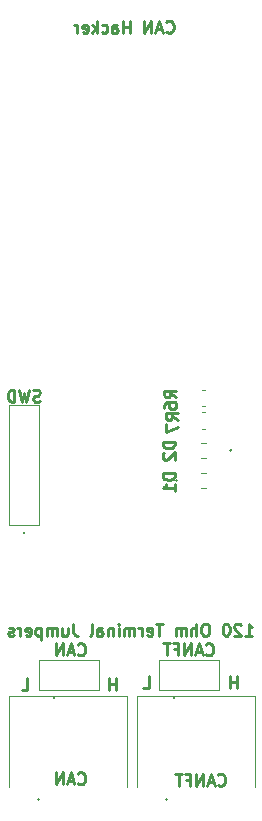
<source format=gbo>
G04 #@! TF.GenerationSoftware,KiCad,Pcbnew,5.1.10-88a1d61d58~88~ubuntu18.04.1*
G04 #@! TF.CreationDate,2021-10-08T18:05:20+03:00*
G04 #@! TF.ProjectId,canhacker,63616e68-6163-46b6-9572-2e6b69636164,rev?*
G04 #@! TF.SameCoordinates,Original*
G04 #@! TF.FileFunction,Legend,Bot*
G04 #@! TF.FilePolarity,Positive*
%FSLAX46Y46*%
G04 Gerber Fmt 4.6, Leading zero omitted, Abs format (unit mm)*
G04 Created by KiCad (PCBNEW 5.1.10-88a1d61d58~88~ubuntu18.04.1) date 2021-10-08 18:05:20*
%MOMM*%
%LPD*%
G01*
G04 APERTURE LIST*
%ADD10C,0.250000*%
%ADD11C,0.120000*%
%ADD12C,0.150000*%
%ADD13R,1.000000X1.420000*%
%ADD14C,1.370000*%
%ADD15R,1.370000X1.370000*%
%ADD16R,1.150000X1.300000*%
%ADD17C,2.100000*%
%ADD18R,2.100000X2.100000*%
G04 APERTURE END LIST*
D10*
X148875714Y-100147380D02*
X148875714Y-99147380D01*
X148875714Y-99623571D02*
X148304285Y-99623571D01*
X148304285Y-100147380D02*
X148304285Y-99147380D01*
X140914476Y-100147380D02*
X141390666Y-100147380D01*
X141390666Y-99147380D01*
X130627476Y-100274380D02*
X131103666Y-100274380D01*
X131103666Y-99274380D01*
X138588714Y-100274380D02*
X138588714Y-99274380D01*
X138588714Y-99750571D02*
X138017285Y-99750571D01*
X138017285Y-100274380D02*
X138017285Y-99274380D01*
X149565095Y-95702380D02*
X150136523Y-95702380D01*
X149850809Y-95702380D02*
X149850809Y-94702380D01*
X149946047Y-94845238D01*
X150041285Y-94940476D01*
X150136523Y-94988095D01*
X149184142Y-94797619D02*
X149136523Y-94750000D01*
X149041285Y-94702380D01*
X148803190Y-94702380D01*
X148707952Y-94750000D01*
X148660333Y-94797619D01*
X148612714Y-94892857D01*
X148612714Y-94988095D01*
X148660333Y-95130952D01*
X149231761Y-95702380D01*
X148612714Y-95702380D01*
X147993666Y-94702380D02*
X147898428Y-94702380D01*
X147803190Y-94750000D01*
X147755571Y-94797619D01*
X147707952Y-94892857D01*
X147660333Y-95083333D01*
X147660333Y-95321428D01*
X147707952Y-95511904D01*
X147755571Y-95607142D01*
X147803190Y-95654761D01*
X147898428Y-95702380D01*
X147993666Y-95702380D01*
X148088904Y-95654761D01*
X148136523Y-95607142D01*
X148184142Y-95511904D01*
X148231761Y-95321428D01*
X148231761Y-95083333D01*
X148184142Y-94892857D01*
X148136523Y-94797619D01*
X148088904Y-94750000D01*
X147993666Y-94702380D01*
X146279380Y-94702380D02*
X146088904Y-94702380D01*
X145993666Y-94750000D01*
X145898428Y-94845238D01*
X145850809Y-95035714D01*
X145850809Y-95369047D01*
X145898428Y-95559523D01*
X145993666Y-95654761D01*
X146088904Y-95702380D01*
X146279380Y-95702380D01*
X146374619Y-95654761D01*
X146469857Y-95559523D01*
X146517476Y-95369047D01*
X146517476Y-95035714D01*
X146469857Y-94845238D01*
X146374619Y-94750000D01*
X146279380Y-94702380D01*
X145422238Y-95702380D02*
X145422238Y-94702380D01*
X144993666Y-95702380D02*
X144993666Y-95178571D01*
X145041285Y-95083333D01*
X145136523Y-95035714D01*
X145279380Y-95035714D01*
X145374619Y-95083333D01*
X145422238Y-95130952D01*
X144517476Y-95702380D02*
X144517476Y-95035714D01*
X144517476Y-95130952D02*
X144469857Y-95083333D01*
X144374619Y-95035714D01*
X144231761Y-95035714D01*
X144136523Y-95083333D01*
X144088904Y-95178571D01*
X144088904Y-95702380D01*
X144088904Y-95178571D02*
X144041285Y-95083333D01*
X143946047Y-95035714D01*
X143803190Y-95035714D01*
X143707952Y-95083333D01*
X143660333Y-95178571D01*
X143660333Y-95702380D01*
X142565095Y-94702380D02*
X141993666Y-94702380D01*
X142279380Y-95702380D02*
X142279380Y-94702380D01*
X141279380Y-95654761D02*
X141374619Y-95702380D01*
X141565095Y-95702380D01*
X141660333Y-95654761D01*
X141707952Y-95559523D01*
X141707952Y-95178571D01*
X141660333Y-95083333D01*
X141565095Y-95035714D01*
X141374619Y-95035714D01*
X141279380Y-95083333D01*
X141231761Y-95178571D01*
X141231761Y-95273809D01*
X141707952Y-95369047D01*
X140803190Y-95702380D02*
X140803190Y-95035714D01*
X140803190Y-95226190D02*
X140755571Y-95130952D01*
X140707952Y-95083333D01*
X140612714Y-95035714D01*
X140517476Y-95035714D01*
X140184142Y-95702380D02*
X140184142Y-95035714D01*
X140184142Y-95130952D02*
X140136523Y-95083333D01*
X140041285Y-95035714D01*
X139898428Y-95035714D01*
X139803190Y-95083333D01*
X139755571Y-95178571D01*
X139755571Y-95702380D01*
X139755571Y-95178571D02*
X139707952Y-95083333D01*
X139612714Y-95035714D01*
X139469857Y-95035714D01*
X139374619Y-95083333D01*
X139327000Y-95178571D01*
X139327000Y-95702380D01*
X138850809Y-95702380D02*
X138850809Y-95035714D01*
X138850809Y-94702380D02*
X138898428Y-94750000D01*
X138850809Y-94797619D01*
X138803190Y-94750000D01*
X138850809Y-94702380D01*
X138850809Y-94797619D01*
X138374619Y-95035714D02*
X138374619Y-95702380D01*
X138374619Y-95130952D02*
X138327000Y-95083333D01*
X138231761Y-95035714D01*
X138088904Y-95035714D01*
X137993666Y-95083333D01*
X137946047Y-95178571D01*
X137946047Y-95702380D01*
X137041285Y-95702380D02*
X137041285Y-95178571D01*
X137088904Y-95083333D01*
X137184142Y-95035714D01*
X137374619Y-95035714D01*
X137469857Y-95083333D01*
X137041285Y-95654761D02*
X137136523Y-95702380D01*
X137374619Y-95702380D01*
X137469857Y-95654761D01*
X137517476Y-95559523D01*
X137517476Y-95464285D01*
X137469857Y-95369047D01*
X137374619Y-95321428D01*
X137136523Y-95321428D01*
X137041285Y-95273809D01*
X136422238Y-95702380D02*
X136517476Y-95654761D01*
X136565095Y-95559523D01*
X136565095Y-94702380D01*
X134993666Y-94702380D02*
X134993666Y-95416666D01*
X135041285Y-95559523D01*
X135136523Y-95654761D01*
X135279380Y-95702380D01*
X135374619Y-95702380D01*
X134088904Y-95035714D02*
X134088904Y-95702380D01*
X134517476Y-95035714D02*
X134517476Y-95559523D01*
X134469857Y-95654761D01*
X134374619Y-95702380D01*
X134231761Y-95702380D01*
X134136523Y-95654761D01*
X134088904Y-95607142D01*
X133612714Y-95702380D02*
X133612714Y-95035714D01*
X133612714Y-95130952D02*
X133565095Y-95083333D01*
X133469857Y-95035714D01*
X133327000Y-95035714D01*
X133231761Y-95083333D01*
X133184142Y-95178571D01*
X133184142Y-95702380D01*
X133184142Y-95178571D02*
X133136523Y-95083333D01*
X133041285Y-95035714D01*
X132898428Y-95035714D01*
X132803190Y-95083333D01*
X132755571Y-95178571D01*
X132755571Y-95702380D01*
X132279380Y-95035714D02*
X132279380Y-96035714D01*
X132279380Y-95083333D02*
X132184142Y-95035714D01*
X131993666Y-95035714D01*
X131898428Y-95083333D01*
X131850809Y-95130952D01*
X131803190Y-95226190D01*
X131803190Y-95511904D01*
X131850809Y-95607142D01*
X131898428Y-95654761D01*
X131993666Y-95702380D01*
X132184142Y-95702380D01*
X132279380Y-95654761D01*
X130993666Y-95654761D02*
X131088904Y-95702380D01*
X131279380Y-95702380D01*
X131374619Y-95654761D01*
X131422238Y-95559523D01*
X131422238Y-95178571D01*
X131374619Y-95083333D01*
X131279380Y-95035714D01*
X131088904Y-95035714D01*
X130993666Y-95083333D01*
X130946047Y-95178571D01*
X130946047Y-95273809D01*
X131422238Y-95369047D01*
X130517476Y-95702380D02*
X130517476Y-95035714D01*
X130517476Y-95226190D02*
X130469857Y-95130952D01*
X130422238Y-95083333D01*
X130327000Y-95035714D01*
X130231761Y-95035714D01*
X129946047Y-95654761D02*
X129850809Y-95702380D01*
X129660333Y-95702380D01*
X129565095Y-95654761D01*
X129517476Y-95559523D01*
X129517476Y-95511904D01*
X129565095Y-95416666D01*
X129660333Y-95369047D01*
X129803190Y-95369047D01*
X129898428Y-95321428D01*
X129946047Y-95226190D01*
X129946047Y-95178571D01*
X129898428Y-95083333D01*
X129803190Y-95035714D01*
X129660333Y-95035714D01*
X129565095Y-95083333D01*
X142890428Y-44553142D02*
X142938047Y-44600761D01*
X143080904Y-44648380D01*
X143176142Y-44648380D01*
X143319000Y-44600761D01*
X143414238Y-44505523D01*
X143461857Y-44410285D01*
X143509476Y-44219809D01*
X143509476Y-44076952D01*
X143461857Y-43886476D01*
X143414238Y-43791238D01*
X143319000Y-43696000D01*
X143176142Y-43648380D01*
X143080904Y-43648380D01*
X142938047Y-43696000D01*
X142890428Y-43743619D01*
X142509476Y-44362666D02*
X142033285Y-44362666D01*
X142604714Y-44648380D02*
X142271380Y-43648380D01*
X141938047Y-44648380D01*
X141604714Y-44648380D02*
X141604714Y-43648380D01*
X141033285Y-44648380D01*
X141033285Y-43648380D01*
X139795190Y-44648380D02*
X139795190Y-43648380D01*
X139795190Y-44124571D02*
X139223761Y-44124571D01*
X139223761Y-44648380D02*
X139223761Y-43648380D01*
X138319000Y-44648380D02*
X138319000Y-44124571D01*
X138366619Y-44029333D01*
X138461857Y-43981714D01*
X138652333Y-43981714D01*
X138747571Y-44029333D01*
X138319000Y-44600761D02*
X138414238Y-44648380D01*
X138652333Y-44648380D01*
X138747571Y-44600761D01*
X138795190Y-44505523D01*
X138795190Y-44410285D01*
X138747571Y-44315047D01*
X138652333Y-44267428D01*
X138414238Y-44267428D01*
X138319000Y-44219809D01*
X137414238Y-44600761D02*
X137509476Y-44648380D01*
X137699952Y-44648380D01*
X137795190Y-44600761D01*
X137842809Y-44553142D01*
X137890428Y-44457904D01*
X137890428Y-44172190D01*
X137842809Y-44076952D01*
X137795190Y-44029333D01*
X137699952Y-43981714D01*
X137509476Y-43981714D01*
X137414238Y-44029333D01*
X136985666Y-44648380D02*
X136985666Y-43648380D01*
X136890428Y-44267428D02*
X136604714Y-44648380D01*
X136604714Y-43981714D02*
X136985666Y-44362666D01*
X135795190Y-44600761D02*
X135890428Y-44648380D01*
X136080904Y-44648380D01*
X136176142Y-44600761D01*
X136223761Y-44505523D01*
X136223761Y-44124571D01*
X136176142Y-44029333D01*
X136080904Y-43981714D01*
X135890428Y-43981714D01*
X135795190Y-44029333D01*
X135747571Y-44124571D01*
X135747571Y-44219809D01*
X136223761Y-44315047D01*
X135319000Y-44648380D02*
X135319000Y-43981714D01*
X135319000Y-44172190D02*
X135271380Y-44076952D01*
X135223761Y-44029333D01*
X135128523Y-43981714D01*
X135033285Y-43981714D01*
D11*
X145930000Y-78170000D02*
X146170000Y-78170000D01*
X145930000Y-76770000D02*
X146170000Y-76770000D01*
X146170000Y-74865000D02*
X145930000Y-74865000D01*
X146170000Y-76265000D02*
X145930000Y-76265000D01*
X142240000Y-100330000D02*
X147320000Y-100330000D01*
X147320000Y-97790000D02*
X142240000Y-97790000D01*
X147320000Y-97790000D02*
X147320000Y-100330000D01*
X142240000Y-97790000D02*
X142240000Y-100330000D01*
X143610000Y-100980000D02*
G75*
G03*
X143610000Y-100980000I-100000J0D01*
G01*
X132080000Y-100330000D02*
X137160000Y-100330000D01*
X137160000Y-97790000D02*
X132080000Y-97790000D01*
X137160000Y-97790000D02*
X137160000Y-100330000D01*
X132080000Y-97790000D02*
X132080000Y-100330000D01*
X133450000Y-100980000D02*
G75*
G03*
X133450000Y-100980000I-100000J0D01*
G01*
X148450000Y-80010000D02*
G75*
G03*
X148450000Y-80010000I-100000J0D01*
G01*
X146280000Y-79385000D02*
X145820000Y-79385000D01*
X146280000Y-80635000D02*
X145820000Y-80635000D01*
X143850000Y-82550000D02*
G75*
G03*
X143850000Y-82550000I-100000J0D01*
G01*
X145820000Y-83175000D02*
X146280000Y-83175000D01*
X145820000Y-81925000D02*
X146280000Y-81925000D01*
X142975000Y-109575000D02*
G75*
G03*
X142975000Y-109575000I-100000J0D01*
G01*
X150375000Y-100775000D02*
X140375000Y-100775000D01*
X140375000Y-108575000D02*
X150375000Y-108575000D01*
X150375000Y-108575000D02*
X150375000Y-100775000D01*
X140375000Y-100775000D02*
X140375000Y-108575000D01*
X132180000Y-109575000D02*
G75*
G03*
X132180000Y-109575000I-100000J0D01*
G01*
X139580000Y-100775000D02*
X129580000Y-100775000D01*
X129580000Y-108575000D02*
X139580000Y-108575000D01*
X139580000Y-108575000D02*
X139580000Y-100775000D01*
X129580000Y-100775000D02*
X129580000Y-108575000D01*
X130910000Y-87010000D02*
G75*
G03*
X130910000Y-87010000I-100000J0D01*
G01*
X129540000Y-76200000D02*
X129540000Y-86360000D01*
X132080000Y-76200000D02*
X132080000Y-86360000D01*
X132080000Y-76200000D02*
X129540000Y-76200000D01*
X129540000Y-86360000D02*
X132080000Y-86360000D01*
D10*
X143835380Y-77430333D02*
X143359190Y-77097000D01*
X143835380Y-76858904D02*
X142835380Y-76858904D01*
X142835380Y-77239857D01*
X142883000Y-77335095D01*
X142930619Y-77382714D01*
X143025857Y-77430333D01*
X143168714Y-77430333D01*
X143263952Y-77382714D01*
X143311571Y-77335095D01*
X143359190Y-77239857D01*
X143359190Y-76858904D01*
X142835380Y-77763666D02*
X142835380Y-78430333D01*
X143835380Y-78001761D01*
X143708380Y-75525333D02*
X143232190Y-75192000D01*
X143708380Y-74953904D02*
X142708380Y-74953904D01*
X142708380Y-75334857D01*
X142756000Y-75430095D01*
X142803619Y-75477714D01*
X142898857Y-75525333D01*
X143041714Y-75525333D01*
X143136952Y-75477714D01*
X143184571Y-75430095D01*
X143232190Y-75334857D01*
X143232190Y-74953904D01*
X142708380Y-76382476D02*
X142708380Y-76192000D01*
X142756000Y-76096761D01*
X142803619Y-76049142D01*
X142946476Y-75953904D01*
X143136952Y-75906285D01*
X143517904Y-75906285D01*
X143613142Y-75953904D01*
X143660761Y-76001523D01*
X143708380Y-76096761D01*
X143708380Y-76287238D01*
X143660761Y-76382476D01*
X143613142Y-76430095D01*
X143517904Y-76477714D01*
X143279809Y-76477714D01*
X143184571Y-76430095D01*
X143136952Y-76382476D01*
X143089333Y-76287238D01*
X143089333Y-76096761D01*
X143136952Y-76001523D01*
X143184571Y-75953904D01*
X143279809Y-75906285D01*
X146232380Y-97258142D02*
X146280000Y-97305761D01*
X146422857Y-97353380D01*
X146518095Y-97353380D01*
X146660952Y-97305761D01*
X146756190Y-97210523D01*
X146803809Y-97115285D01*
X146851428Y-96924809D01*
X146851428Y-96781952D01*
X146803809Y-96591476D01*
X146756190Y-96496238D01*
X146660952Y-96401000D01*
X146518095Y-96353380D01*
X146422857Y-96353380D01*
X146280000Y-96401000D01*
X146232380Y-96448619D01*
X145851428Y-97067666D02*
X145375238Y-97067666D01*
X145946666Y-97353380D02*
X145613333Y-96353380D01*
X145280000Y-97353380D01*
X144946666Y-97353380D02*
X144946666Y-96353380D01*
X144375238Y-97353380D01*
X144375238Y-96353380D01*
X143565714Y-96829571D02*
X143899047Y-96829571D01*
X143899047Y-97353380D02*
X143899047Y-96353380D01*
X143422857Y-96353380D01*
X143184761Y-96353380D02*
X142613333Y-96353380D01*
X142899047Y-97353380D02*
X142899047Y-96353380D01*
X135389857Y-97258142D02*
X135437476Y-97305761D01*
X135580333Y-97353380D01*
X135675571Y-97353380D01*
X135818428Y-97305761D01*
X135913666Y-97210523D01*
X135961285Y-97115285D01*
X136008904Y-96924809D01*
X136008904Y-96781952D01*
X135961285Y-96591476D01*
X135913666Y-96496238D01*
X135818428Y-96401000D01*
X135675571Y-96353380D01*
X135580333Y-96353380D01*
X135437476Y-96401000D01*
X135389857Y-96448619D01*
X135008904Y-97067666D02*
X134532714Y-97067666D01*
X135104142Y-97353380D02*
X134770809Y-96353380D01*
X134437476Y-97353380D01*
X134104142Y-97353380D02*
X134104142Y-96353380D01*
X133532714Y-97353380D01*
X133532714Y-96353380D01*
X143581380Y-79271904D02*
X142581380Y-79271904D01*
X142581380Y-79510000D01*
X142629000Y-79652857D01*
X142724238Y-79748095D01*
X142819476Y-79795714D01*
X143009952Y-79843333D01*
X143152809Y-79843333D01*
X143343285Y-79795714D01*
X143438523Y-79748095D01*
X143533761Y-79652857D01*
X143581380Y-79510000D01*
X143581380Y-79271904D01*
X142676619Y-80224285D02*
X142629000Y-80271904D01*
X142581380Y-80367142D01*
X142581380Y-80605238D01*
X142629000Y-80700476D01*
X142676619Y-80748095D01*
X142771857Y-80795714D01*
X142867095Y-80795714D01*
X143009952Y-80748095D01*
X143581380Y-80176666D01*
X143581380Y-80795714D01*
X143581380Y-81938904D02*
X142581380Y-81938904D01*
X142581380Y-82177000D01*
X142629000Y-82319857D01*
X142724238Y-82415095D01*
X142819476Y-82462714D01*
X143009952Y-82510333D01*
X143152809Y-82510333D01*
X143343285Y-82462714D01*
X143438523Y-82415095D01*
X143533761Y-82319857D01*
X143581380Y-82177000D01*
X143581380Y-81938904D01*
X143581380Y-83462714D02*
X143581380Y-82891285D01*
X143581380Y-83177000D02*
X142581380Y-83177000D01*
X142724238Y-83081761D01*
X142819476Y-82986523D01*
X142867095Y-82891285D01*
X147248380Y-108307142D02*
X147296000Y-108354761D01*
X147438857Y-108402380D01*
X147534095Y-108402380D01*
X147676952Y-108354761D01*
X147772190Y-108259523D01*
X147819809Y-108164285D01*
X147867428Y-107973809D01*
X147867428Y-107830952D01*
X147819809Y-107640476D01*
X147772190Y-107545238D01*
X147676952Y-107450000D01*
X147534095Y-107402380D01*
X147438857Y-107402380D01*
X147296000Y-107450000D01*
X147248380Y-107497619D01*
X146867428Y-108116666D02*
X146391238Y-108116666D01*
X146962666Y-108402380D02*
X146629333Y-107402380D01*
X146296000Y-108402380D01*
X145962666Y-108402380D02*
X145962666Y-107402380D01*
X145391238Y-108402380D01*
X145391238Y-107402380D01*
X144581714Y-107878571D02*
X144915047Y-107878571D01*
X144915047Y-108402380D02*
X144915047Y-107402380D01*
X144438857Y-107402380D01*
X144200761Y-107402380D02*
X143629333Y-107402380D01*
X143915047Y-108402380D02*
X143915047Y-107402380D01*
X135389857Y-108180142D02*
X135437476Y-108227761D01*
X135580333Y-108275380D01*
X135675571Y-108275380D01*
X135818428Y-108227761D01*
X135913666Y-108132523D01*
X135961285Y-108037285D01*
X136008904Y-107846809D01*
X136008904Y-107703952D01*
X135961285Y-107513476D01*
X135913666Y-107418238D01*
X135818428Y-107323000D01*
X135675571Y-107275380D01*
X135580333Y-107275380D01*
X135437476Y-107323000D01*
X135389857Y-107370619D01*
X135008904Y-107989666D02*
X134532714Y-107989666D01*
X135104142Y-108275380D02*
X134770809Y-107275380D01*
X134437476Y-108275380D01*
X134104142Y-108275380D02*
X134104142Y-107275380D01*
X133532714Y-108275380D01*
X133532714Y-107275380D01*
X132167142Y-75842761D02*
X132024285Y-75890380D01*
X131786190Y-75890380D01*
X131690952Y-75842761D01*
X131643333Y-75795142D01*
X131595714Y-75699904D01*
X131595714Y-75604666D01*
X131643333Y-75509428D01*
X131690952Y-75461809D01*
X131786190Y-75414190D01*
X131976666Y-75366571D01*
X132071904Y-75318952D01*
X132119523Y-75271333D01*
X132167142Y-75176095D01*
X132167142Y-75080857D01*
X132119523Y-74985619D01*
X132071904Y-74938000D01*
X131976666Y-74890380D01*
X131738571Y-74890380D01*
X131595714Y-74938000D01*
X131262380Y-74890380D02*
X131024285Y-75890380D01*
X130833809Y-75176095D01*
X130643333Y-75890380D01*
X130405238Y-74890380D01*
X130024285Y-75890380D02*
X130024285Y-74890380D01*
X129786190Y-74890380D01*
X129643333Y-74938000D01*
X129548095Y-75033238D01*
X129500476Y-75128476D01*
X129452857Y-75318952D01*
X129452857Y-75461809D01*
X129500476Y-75652285D01*
X129548095Y-75747523D01*
X129643333Y-75842761D01*
X129786190Y-75890380D01*
X130024285Y-75890380D01*
%LPC*%
D12*
X128270000Y-41910000D02*
X128270000Y-108712000D01*
X151130000Y-41910000D02*
X128270000Y-41910000D01*
X151130000Y-108712000D02*
X151130000Y-41910000D01*
X128270000Y-108712000D02*
X151130000Y-108712000D01*
D13*
X146985000Y-77470000D03*
X145115000Y-77470000D03*
X145115000Y-75565000D03*
X146985000Y-75565000D03*
D14*
X146050000Y-99060000D03*
D15*
X143510000Y-99060000D03*
D14*
X135890000Y-99060000D03*
D15*
X133350000Y-99060000D03*
D16*
X144925000Y-80010000D03*
X147175000Y-80010000D03*
X147175000Y-82550000D03*
X144925000Y-82550000D03*
D17*
X147875000Y-104775000D03*
D18*
X142875000Y-104775000D03*
D17*
X137080000Y-104775000D03*
D18*
X132080000Y-104775000D03*
D14*
X130810000Y-77470000D03*
X130810000Y-80010000D03*
X130810000Y-82550000D03*
D15*
X130810000Y-85090000D03*
M02*

</source>
